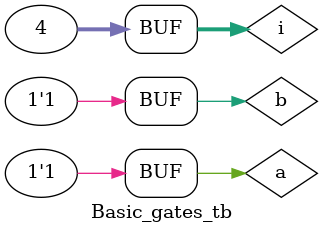
<source format=v>
`timescale 1ns / 1ps

module Basic_gates_tb;
// Inputs
reg a;
reg b;
// Outputs
 wire [0:6]out;
// Instantiate the Unit Under Test (UUT)
Basic_gates f(a,b,out);
integer i;
initial begin
	for(i=0;i <4 ; i= i+1)begin
	#10 {a,b}=i;
	end
end
initial
$monitor("a= %0b | b = %0b |out_not = %0b | out_and= %0b |out_or = %0b | out_nand= %0b |out_nor = %0b | out_xor= %0b | out_xnor=%0b",a,b,out[0],out[1],out[2],out[3],out[4],out[5],out[6]);
endmodule
</source>
